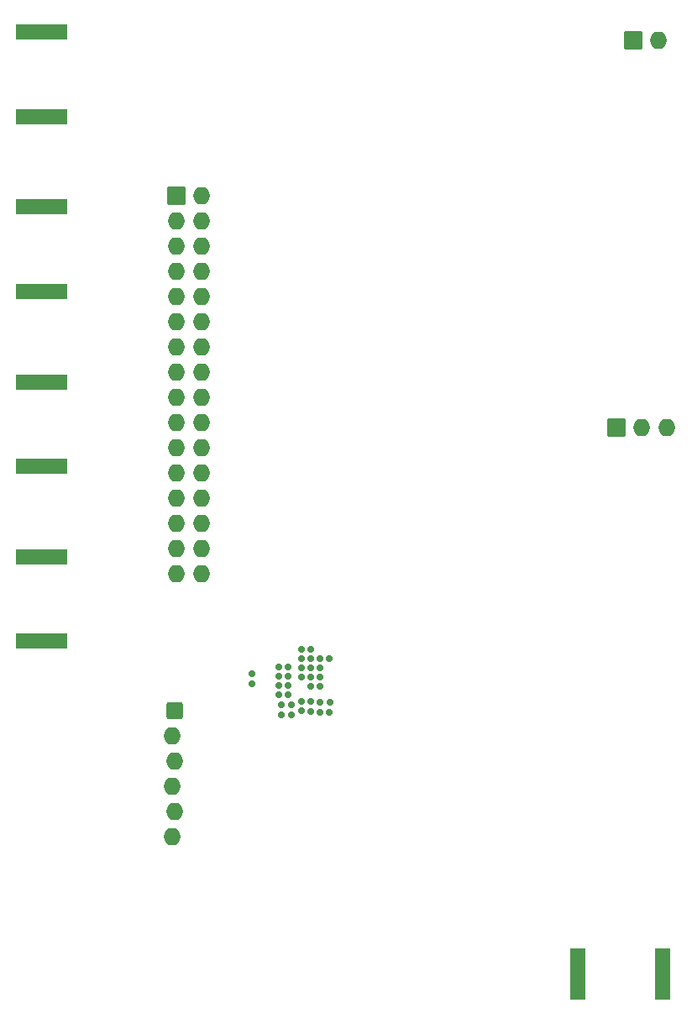
<source format=gbr>
%TF.GenerationSoftware,KiCad,Pcbnew,9.0.0-9.0.0-2~ubuntu22.04.1*%
%TF.CreationDate,2025-03-23T14:07:51-07:00*%
%TF.ProjectId,awg1,61776731-2e6b-4696-9361-645f70636258,rev?*%
%TF.SameCoordinates,Original*%
%TF.FileFunction,Soldermask,Bot*%
%TF.FilePolarity,Negative*%
%FSLAX46Y46*%
G04 Gerber Fmt 4.6, Leading zero omitted, Abs format (unit mm)*
G04 Created by KiCad (PCBNEW 9.0.0-9.0.0-2~ubuntu22.04.1) date 2025-03-23 14:07:51*
%MOMM*%
%LPD*%
G01*
G04 APERTURE LIST*
G04 Aperture macros list*
%AMRoundRect*
0 Rectangle with rounded corners*
0 $1 Rounding radius*
0 $2 $3 $4 $5 $6 $7 $8 $9 X,Y pos of 4 corners*
0 Add a 4 corners polygon primitive as box body*
4,1,4,$2,$3,$4,$5,$6,$7,$8,$9,$2,$3,0*
0 Add four circle primitives for the rounded corners*
1,1,$1+$1,$2,$3*
1,1,$1+$1,$4,$5*
1,1,$1+$1,$6,$7*
1,1,$1+$1,$8,$9*
0 Add four rect primitives between the rounded corners*
20,1,$1+$1,$2,$3,$4,$5,0*
20,1,$1+$1,$4,$5,$6,$7,0*
20,1,$1+$1,$6,$7,$8,$9,0*
20,1,$1+$1,$8,$9,$2,$3,0*%
G04 Aperture macros list end*
%ADD10RoundRect,0.030000X-0.750000X-2.540000X0.750000X-2.540000X0.750000X2.540000X-0.750000X2.540000X0*%
%ADD11O,1.760000X1.760000*%
%ADD12RoundRect,0.030000X0.850000X-0.850000X0.850000X0.850000X-0.850000X0.850000X-0.850000X-0.850000X0*%
%ADD13RoundRect,0.030000X-2.540000X0.750000X-2.540000X-0.750000X2.540000X-0.750000X2.540000X0.750000X0*%
%ADD14RoundRect,0.352000X-0.528000X-0.528000X0.528000X-0.528000X0.528000X0.528000X-0.528000X0.528000X0*%
%ADD15RoundRect,0.030000X-0.850000X-0.850000X0.850000X-0.850000X0.850000X0.850000X-0.850000X0.850000X0*%
%ADD16RoundRect,0.155000X-0.155000X-0.185000X0.155000X-0.185000X0.155000X0.185000X-0.155000X0.185000X0*%
%ADD17RoundRect,0.155000X-0.185000X0.155000X-0.185000X-0.155000X0.185000X-0.155000X0.185000X0.155000X0*%
%ADD18RoundRect,0.155000X0.185000X-0.155000X0.185000X0.155000X-0.185000X0.155000X-0.185000X-0.155000X0*%
%ADD19RoundRect,0.150000X0.200000X-0.150000X0.200000X0.150000X-0.200000X0.150000X-0.200000X-0.150000X0*%
G04 APERTURE END LIST*
D10*
%TO.C,J2005*%
X206179200Y-137609600D03*
X197679200Y-137609600D03*
%TD*%
D11*
%TO.C,J1801*%
X206654400Y-82550000D03*
X204114400Y-82550000D03*
D12*
X201574400Y-82550000D03*
%TD*%
D11*
%TO.C,J1802*%
X205729000Y-43459400D03*
D12*
X203189000Y-43459400D03*
%TD*%
D13*
%TO.C,J1701*%
X143620922Y-60293574D03*
X143620922Y-68793574D03*
%TD*%
%TO.C,J1501*%
X143620922Y-77915073D03*
X143620922Y-86415073D03*
%TD*%
D11*
%TO.C,J202*%
X156703922Y-123729981D03*
X156957922Y-121189981D03*
X156703922Y-118649981D03*
X156957922Y-116109981D03*
X156703922Y-113569981D03*
D14*
X156957922Y-111029981D03*
%TD*%
D11*
%TO.C,J201*%
X159720922Y-97219981D03*
X157180922Y-97219981D03*
X159720922Y-94679981D03*
X157180922Y-94679981D03*
X159720922Y-92139981D03*
X157180922Y-92139981D03*
X159720922Y-89599981D03*
X157180922Y-89599981D03*
X159720922Y-87059981D03*
X157180922Y-87059981D03*
X159720922Y-84519981D03*
X157180922Y-84519981D03*
X159720922Y-81979981D03*
X157180922Y-81979981D03*
X159720922Y-79439981D03*
X157180922Y-79439981D03*
X159720922Y-76899981D03*
X157180922Y-76899981D03*
X159720922Y-74359981D03*
X157180922Y-74359981D03*
X159720922Y-71819981D03*
X157180922Y-71819981D03*
X159720922Y-69279981D03*
X157180922Y-69279981D03*
X159720922Y-66739981D03*
X157180922Y-66739981D03*
X159720922Y-64199981D03*
X157180922Y-64199981D03*
X159720922Y-61659981D03*
X157180922Y-61659981D03*
X159720922Y-59119981D03*
D15*
X157180922Y-59119981D03*
%TD*%
D13*
%TO.C,J1601*%
X143620922Y-95536572D03*
X143620922Y-104036572D03*
%TD*%
%TO.C,J1401*%
X143620922Y-42672075D03*
X143620922Y-51172075D03*
%TD*%
D16*
%TO.C,C217*%
X168420000Y-107580000D03*
X167460000Y-107580000D03*
%TD*%
D17*
%TO.C,C210*%
X170720000Y-107690000D03*
X170720000Y-106730000D03*
%TD*%
%TO.C,C206*%
X168750000Y-111440000D03*
X168750000Y-110480000D03*
%TD*%
%TO.C,C203*%
X171660000Y-107680000D03*
X171660000Y-106720000D03*
%TD*%
D16*
%TO.C,C212*%
X168430000Y-106650000D03*
X167470000Y-106650000D03*
%TD*%
D18*
%TO.C,C207*%
X169760000Y-104870000D03*
X169760000Y-105830000D03*
%TD*%
D16*
%TO.C,C201*%
X172630000Y-110210000D03*
X171670000Y-110210000D03*
%TD*%
%TO.C,C216*%
X172610000Y-111200000D03*
X171650000Y-111200000D03*
%TD*%
D17*
%TO.C,C204*%
X167750000Y-111450000D03*
X167750000Y-110490000D03*
%TD*%
D16*
%TO.C,C205*%
X172600000Y-105820000D03*
X171640000Y-105820000D03*
%TD*%
D17*
%TO.C,C202*%
X169760000Y-107670000D03*
X169760000Y-106710000D03*
%TD*%
D18*
%TO.C,C218*%
X170720000Y-104880000D03*
X170720000Y-105840000D03*
%TD*%
D16*
%TO.C,C213*%
X168430000Y-108520000D03*
X167470000Y-108520000D03*
%TD*%
%TO.C,C219*%
X168430000Y-109470000D03*
X167470000Y-109470000D03*
%TD*%
D19*
%TO.C,R207*%
X164790000Y-107330000D03*
X164790000Y-108350000D03*
%TD*%
D17*
%TO.C,C208*%
X169820000Y-111050000D03*
X169820000Y-110090000D03*
%TD*%
D16*
%TO.C,C215*%
X171660000Y-108580000D03*
X170700000Y-108580000D03*
%TD*%
D17*
%TO.C,C211*%
X170740000Y-111100000D03*
X170740000Y-110140000D03*
%TD*%
M02*

</source>
